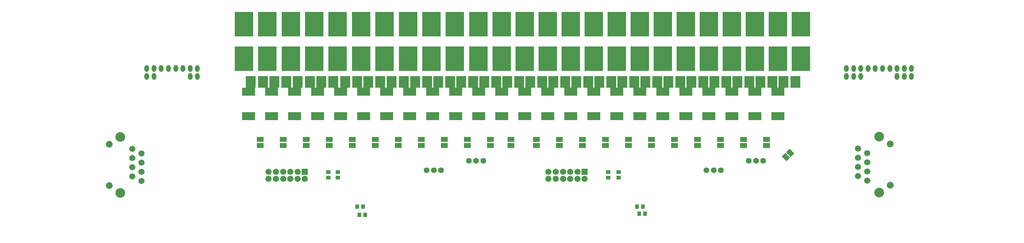
<source format=gbs>
G04*
G04 #@! TF.GenerationSoftware,Altium Limited,Altium Designer,19.0.4 (130)*
G04*
G04 Layer_Color=16711935*
%FSAX25Y25*%
%MOIN*%
G70*
G01*
G75*
%ADD45R,0.04600X0.04300*%
%ADD54R,0.07400X0.05200*%
%ADD55R,0.04300X0.04600*%
%ADD60C,0.06741*%
%ADD61C,0.07355*%
%ADD62C,0.10544*%
%ADD63C,0.06312*%
%ADD64C,0.00394*%
%ADD65O,0.05118X0.07394*%
%ADD66C,0.06706*%
%ADD67R,0.06706X0.06706*%
G04:AMPARAMS|DCode=92|XSize=74mil|YSize=52mil|CornerRadius=0mil|HoleSize=0mil|Usage=FLASHONLY|Rotation=135.000|XOffset=0mil|YOffset=0mil|HoleType=Round|Shape=Rectangle|*
%AMROTATEDRECTD92*
4,1,4,0.04455,-0.00778,0.00778,-0.04455,-0.04455,0.00778,-0.00778,0.04455,0.04455,-0.00778,0.0*
%
%ADD92ROTATEDRECTD92*%

%ADD93R,0.10500X0.12611*%
%ADD94R,0.20485X0.26520*%
%ADD95R,0.14300X0.08800*%
D45*
X0665000Y0090600D02*
D03*
Y0084400D02*
D03*
X0653500Y0084450D02*
D03*
Y0090650D02*
D03*
X0349500Y0090600D02*
D03*
Y0084400D02*
D03*
X0360000Y0084368D02*
D03*
Y0090568D02*
D03*
D54*
X0275500Y0126208D02*
D03*
Y0119524D02*
D03*
X0300500D02*
D03*
Y0126208D02*
D03*
X0325500D02*
D03*
Y0119524D02*
D03*
X0350500D02*
D03*
Y0126208D02*
D03*
X0375500D02*
D03*
Y0119524D02*
D03*
X0400500D02*
D03*
Y0126208D02*
D03*
X0425500D02*
D03*
Y0119524D02*
D03*
X0450500D02*
D03*
Y0126208D02*
D03*
X0475500D02*
D03*
Y0119524D02*
D03*
X0500500D02*
D03*
Y0126208D02*
D03*
X0525500D02*
D03*
Y0119524D02*
D03*
X0548000D02*
D03*
Y0126208D02*
D03*
X0575500D02*
D03*
Y0119524D02*
D03*
X0600500D02*
D03*
Y0126208D02*
D03*
X0625500D02*
D03*
Y0119524D02*
D03*
X0650500D02*
D03*
Y0126208D02*
D03*
X0675500D02*
D03*
Y0119524D02*
D03*
X0700500D02*
D03*
Y0126208D02*
D03*
X0725500D02*
D03*
Y0119524D02*
D03*
X0750500D02*
D03*
Y0126208D02*
D03*
X0775500D02*
D03*
Y0119524D02*
D03*
X0800500D02*
D03*
Y0126208D02*
D03*
X0825500D02*
D03*
Y0119524D02*
D03*
D55*
X0687400Y0045011D02*
D03*
X0693600D02*
D03*
X0389600Y0044000D02*
D03*
X0383400D02*
D03*
X0685000Y0053000D02*
D03*
X0691200D02*
D03*
X0387200D02*
D03*
X0381000D02*
D03*
D60*
X0146500Y0111000D02*
D03*
Y0081000D02*
D03*
X0136500Y0086000D02*
D03*
X0146500Y0091000D02*
D03*
X0136500Y0096000D02*
D03*
X0146500Y0101000D02*
D03*
X0136500Y0106000D02*
D03*
Y0116000D02*
D03*
X0925000Y0116287D02*
D03*
X0935000Y0111287D02*
D03*
X0925000Y0106287D02*
D03*
X0935000Y0101287D02*
D03*
X0925000Y0096287D02*
D03*
X0935000Y0091287D02*
D03*
X0925000Y0086287D02*
D03*
X0935000Y0081287D02*
D03*
D61*
X0111500Y0076000D02*
D03*
Y0121000D02*
D03*
X0960000Y0121287D02*
D03*
Y0076287D02*
D03*
D62*
X0123508Y0068008D02*
D03*
Y0128992D02*
D03*
X0947992Y0129279D02*
D03*
Y0068295D02*
D03*
D63*
X0806392Y0102866D02*
D03*
X0814266D02*
D03*
X0822140D02*
D03*
X0760363Y0092500D02*
D03*
X0768237D02*
D03*
X0776111D02*
D03*
X0456363D02*
D03*
X0464237D02*
D03*
X0472111D02*
D03*
X0502278Y0102866D02*
D03*
X0510152D02*
D03*
X0518026D02*
D03*
D64*
X0218716Y0199866D02*
D03*
X0141157D02*
D03*
X0994382Y0199866D02*
D03*
X0901075D02*
D03*
X1078740Y0019685D02*
D03*
X1078740Y0271654D02*
D03*
X0019685Y0019685D02*
D03*
Y0271654D02*
D03*
D65*
X0207496Y0194748D02*
D03*
X0199622D02*
D03*
X0160252D02*
D03*
X0152378D02*
D03*
Y0203409D02*
D03*
X0160252D02*
D03*
X0168126D02*
D03*
X0176000D02*
D03*
X0183874D02*
D03*
X0191748D02*
D03*
X0199622D02*
D03*
X0207496D02*
D03*
X0912295Y0194748D02*
D03*
X0928043D02*
D03*
X0920169D02*
D03*
X0912295Y0203409D02*
D03*
X0920169D02*
D03*
X0928043D02*
D03*
X0943791D02*
D03*
X0935917D02*
D03*
X0959539D02*
D03*
X0951665D02*
D03*
X0983161D02*
D03*
X0975287D02*
D03*
X0967413D02*
D03*
X0975287Y0194748D02*
D03*
X0983161D02*
D03*
X0967413D02*
D03*
D66*
X0588752Y0083126D02*
D03*
Y0091000D02*
D03*
X0596626Y0083126D02*
D03*
Y0091000D02*
D03*
X0604500Y0083126D02*
D03*
Y0091000D02*
D03*
X0612374Y0083126D02*
D03*
Y0091000D02*
D03*
X0620248Y0083126D02*
D03*
Y0091000D02*
D03*
X0628122Y0083126D02*
D03*
X0284752D02*
D03*
Y0091000D02*
D03*
X0292626Y0083126D02*
D03*
Y0091000D02*
D03*
X0300500Y0083126D02*
D03*
Y0091000D02*
D03*
X0308374Y0083126D02*
D03*
Y0091000D02*
D03*
X0316248Y0083126D02*
D03*
Y0091000D02*
D03*
X0324122Y0083126D02*
D03*
D67*
X0628122Y0091000D02*
D03*
X0324122D02*
D03*
D92*
X0846637Y0106737D02*
D03*
X0851363Y0111463D02*
D03*
D93*
X0278615Y0189000D02*
D03*
X0265385D02*
D03*
X0290885D02*
D03*
X0304115D02*
D03*
X0329615D02*
D03*
X0316385D02*
D03*
X0341885D02*
D03*
X0355115D02*
D03*
X0381115D02*
D03*
X0367885D02*
D03*
X0392885D02*
D03*
X0406115D02*
D03*
X0431615D02*
D03*
X0418385D02*
D03*
X0443885D02*
D03*
X0457115D02*
D03*
X0482115D02*
D03*
X0468885D02*
D03*
X0493885D02*
D03*
X0507115D02*
D03*
X0532115D02*
D03*
X0518885D02*
D03*
X0543885D02*
D03*
X0557115D02*
D03*
X0582115D02*
D03*
X0568885D02*
D03*
X0593885D02*
D03*
X0607115D02*
D03*
X0632115D02*
D03*
X0618885D02*
D03*
X0643885D02*
D03*
X0657115D02*
D03*
X0682115D02*
D03*
X0668885D02*
D03*
X0693885D02*
D03*
X0707115D02*
D03*
X0732115D02*
D03*
X0718885D02*
D03*
X0743885D02*
D03*
X0757115D02*
D03*
X0782115D02*
D03*
X0768885D02*
D03*
X0793885D02*
D03*
X0807115D02*
D03*
X0832115D02*
D03*
X0818885D02*
D03*
X0843885D02*
D03*
X0857115D02*
D03*
D94*
X0258000Y0251702D02*
D03*
Y0214298D02*
D03*
X0283454D02*
D03*
Y0251702D02*
D03*
X0308909D02*
D03*
Y0214298D02*
D03*
X0334364D02*
D03*
Y0251702D02*
D03*
X0359818D02*
D03*
Y0214298D02*
D03*
X0385273D02*
D03*
Y0251702D02*
D03*
X0410727D02*
D03*
Y0214298D02*
D03*
X0436182D02*
D03*
Y0251702D02*
D03*
X0461636D02*
D03*
Y0214298D02*
D03*
X0487091D02*
D03*
Y0251702D02*
D03*
X0512545D02*
D03*
Y0214298D02*
D03*
X0538000D02*
D03*
Y0251702D02*
D03*
X0563000D02*
D03*
Y0214298D02*
D03*
X0588000D02*
D03*
Y0251702D02*
D03*
X0613000D02*
D03*
Y0214298D02*
D03*
X0638000D02*
D03*
Y0251702D02*
D03*
X0663000D02*
D03*
Y0214298D02*
D03*
X0688000D02*
D03*
Y0251702D02*
D03*
X0713000D02*
D03*
Y0214298D02*
D03*
X0738000D02*
D03*
Y0251702D02*
D03*
X0763000D02*
D03*
Y0214298D02*
D03*
X0788000D02*
D03*
Y0251702D02*
D03*
X0813000D02*
D03*
Y0214298D02*
D03*
X0838000D02*
D03*
Y0251702D02*
D03*
X0863000D02*
D03*
Y0214298D02*
D03*
D95*
X0838000Y0151516D02*
D03*
Y0178217D02*
D03*
X0813000D02*
D03*
Y0151516D02*
D03*
X0788000D02*
D03*
Y0178217D02*
D03*
X0763000D02*
D03*
Y0151516D02*
D03*
X0738000D02*
D03*
Y0178217D02*
D03*
X0713000D02*
D03*
Y0151516D02*
D03*
X0688000D02*
D03*
Y0178217D02*
D03*
X0663000D02*
D03*
Y0151516D02*
D03*
X0638000D02*
D03*
Y0178217D02*
D03*
X0613000D02*
D03*
Y0151516D02*
D03*
X0588000D02*
D03*
Y0178217D02*
D03*
X0563000D02*
D03*
Y0151516D02*
D03*
X0538000D02*
D03*
Y0178217D02*
D03*
X0513000D02*
D03*
Y0151516D02*
D03*
X0488000D02*
D03*
Y0178217D02*
D03*
X0463000D02*
D03*
Y0151516D02*
D03*
X0438000D02*
D03*
Y0178217D02*
D03*
X0413000D02*
D03*
Y0151516D02*
D03*
X0388000D02*
D03*
Y0178217D02*
D03*
X0363000D02*
D03*
Y0151516D02*
D03*
X0338000D02*
D03*
Y0178217D02*
D03*
X0313000D02*
D03*
Y0151516D02*
D03*
X0288024Y0151539D02*
D03*
Y0178240D02*
D03*
X0263000Y0178217D02*
D03*
Y0151516D02*
D03*
M02*

</source>
